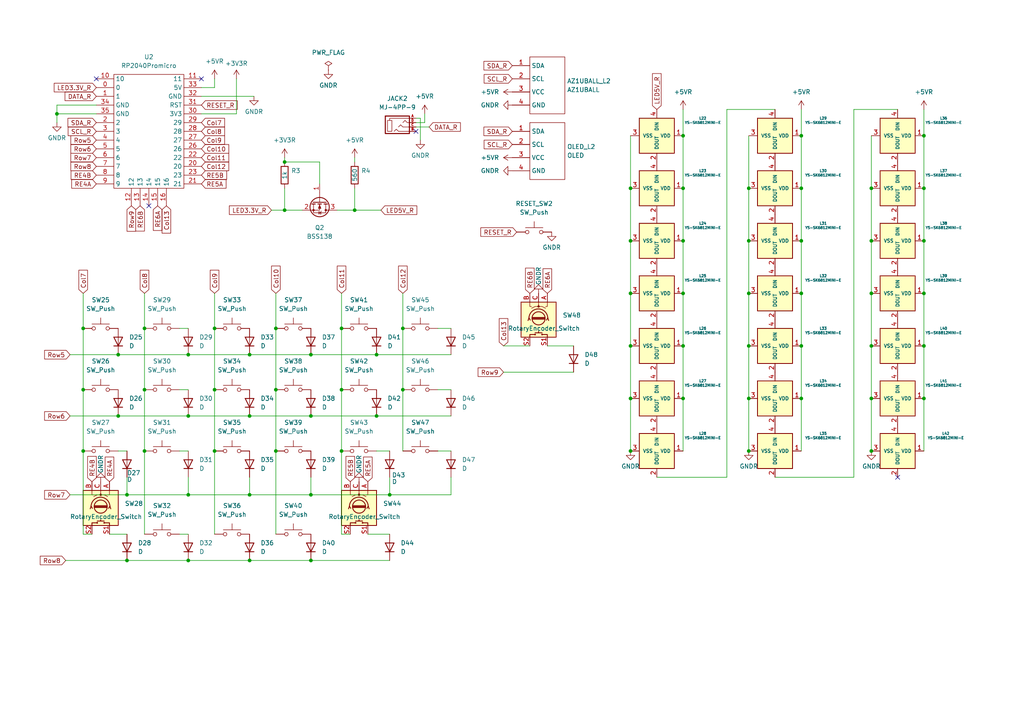
<source format=kicad_sch>
(kicad_sch (version 20231120) (generator "eeschema") (generator_version "8.0")
  (paper "A4")
  (lib_symbols
    (symbol "AZ1UBALL_1"
      (property "Reference" "AZ1UBALL" (at 0 11.43 0))
      (property "Value" "AZ1UBALL" (at 0 8.89 0))
      (symbol "AZ1UBALL_1_1_1"
        (pin bidirectional line (at -10.16 5.08 0) (length 5.08) (name "SDA") (number "1"))
        (pin bidirectional line (at -10.16 1.27 0) (length 5.08) (name "SCL") (number "2"))
        (pin power_in line (at -10.16 -2.54 0) (length 5.08) (name "VCC") (number "3"))
        (pin power_in line (at -10.16 -6.35 0) (length 5.08) (name "GND") (number "4"))
      )
    )
    (symbol "Device:D" (pin_numbers hide) (pin_names (offset 1.016) hide)
      (property "Reference" "D" (at 0 2.54 0))
      (property "Value" "D" (at 0 -2.54 0))
      (symbol "D_1_1"
        (pin passive line (at -3.81 0 0) (length 2.54) (name "K") (number "1"))
        (pin passive line (at 3.81 0 180) (length 2.54) (name "A") (number "2"))
      )
    )
    (symbol "Device:R" (pin_numbers hide) (pin_names (offset 0))
      (property "Reference" "R" (at 2.032 0 90))
      (property "Value" "R" (at 0 0 90))
      (symbol "R_1_1"
        (pin passive line (at 0 3.81 270) (length 1.27) (name "~") (number "1"))
        (pin passive line (at 0 -3.81 90) (length 1.27) (name "~") (number "2"))
      )
    )
    (symbol "Device:RotaryEncoder_Switch" (pin_names (offset 0.254) hide)
      (property "Reference" "SW" (at 0 6.604 0))
      (property "Value" "RotaryEncoder_Switch" (at 0 -6.604 0))
      (symbol "RotaryEncoder_Switch_1_1"
        (pin passive line (at -7.62 2.54 0) (length 2.54) (name "A") (number "A"))
        (pin passive line (at -7.62 -2.54 0) (length 2.54) (name "B") (number "B"))
        (pin passive line (at -7.62 0 0) (length 2.54) (name "C") (number "C"))
        (pin passive line (at 7.62 2.54 180) (length 2.54) (name "S1") (number "S1"))
        (pin passive line (at 7.62 -2.54 180) (length 2.54) (name "S2") (number "S2"))
      )
    )
    (symbol "Switch:SW_Push" (pin_numbers hide) (pin_names (offset 1.016) hide)
      (property "Reference" "SW" (at 1.27 2.54 0))
      (property "Value" "SW_Push" (at 0 -1.524 0))
      (symbol "SW_Push_0_1"
        (pin passive line (at -5.08 0 0) (length 2.54) (name "1") (number "1"))
        (pin passive line (at 5.08 0 180) (length 2.54) (name "2") (number "2"))
      )
    )
    (symbol "Transistor_FET:BSS138" (pin_names hide)
      (property "Reference" "Q" (at 5.08 1.905 0))
      (property "Value" "BSS138" (at 5.08 0 0))
      (symbol "BSS138_1_1"
        (pin input line (at -5.08 0 0) (length 2.54) (name "G") (number "1"))
        (pin passive line (at 2.54 -5.08 90) (length 2.54) (name "S") (number "2"))
        (pin passive line (at 2.54 5.08 270) (length 2.54) (name "D") (number "3"))
      )
    )
    (symbol "kbd:+3V3R" (power) (pin_names (offset 0))
      (property "Value" "+3V3R" (at 0 3.556 0))
      (symbol "+3V3R_1_1"
        (pin power_in line (at 0 0 90) (length 0) hide (name "+3V3R") (number "1"))
      )
    )
    (symbol "kbd:+5VR" (power) (pin_names (offset 0))
      (property "Value" "+5VR" (at 0 3.556 0))
      (symbol "+5VR_1_1"
        (pin power_in line (at 0 0 90) (length 0) hide (name "+5VR") (number "1"))
      )
    )
    (symbol "kbd:GNDR" (power) (pin_names (offset 0))
      (property "Value" "GNDR" (at 0 -3.81 0))
      (symbol "GNDR_1_1"
        (pin power_in line (at 0 0 270) (length 0) hide (name "GNDR") (number "1"))
      )
    )
    (symbol "kbd:MJ-4PP-9" (pin_names (offset 1.016))
      (property "Reference" "J" (at 0 3.81 0))
      (property "Value" "MJ-4PP-9" (at 0 -3.81 0))
      (symbol "MJ-4PP-9_1_1"
        (pin input line (at 5.08 1.905 180) (length 2.0066) (name "~") (number "A"))
        (pin input line (at 5.08 -1.905 180) (length 2.0066) (name "~") (number "B"))
        (pin input line (at 5.08 -0.635 180) (length 2.0066) (name "~") (number "C"))
        (pin input line (at 5.08 0.635 180) (length 2.0066) (name "~") (number "D"))
      )
    )
    (symbol "kbd:YS-SK6812MINI-E" (pin_names (offset 1.016))
      (property "Reference" "LED" (at 2.54 -7.62 0))
      (property "Value" "YS-SK6812MINI-E" (at 6.35 -6.35 0))
      (symbol "YS-SK6812MINI-E_1_1"
        (pin power_in line (at 0 7.62 270) (length 2.54) (name "VDD") (number "1"))
        (pin output line (at 7.62 0 180) (length 2.54) (name "DOUT") (number "2"))
        (pin power_in line (at 0 -7.62 90) (length 2.54) (name "VSS") (number "3"))
        (pin input line (at -7.62 0 0) (length 2.54) (name "DIN") (number "4"))
      )
    )
    (symbol "power:PWR_FLAG" (power) (pin_numbers hide) (pin_names (offset 0) hide)
      (property "Value" "PWR_FLAG" (at 0 3.81 0))
      (symbol "PWR_FLAG_0_0"
        (pin power_out line (at 0 0 90) (length 0) (name "~") (number "1"))
      )
    )
    (symbol "taka_sym:AZ1UBALL"
      (property "Reference" "AZ1UBALL" (at 0 11.43 0))
      (property "Value" "AZ1UBALL" (at 0 8.89 0))
      (symbol "AZ1UBALL_1_1"
        (pin bidirectional line (at -10.16 5.08 0) (length 5.08) (name "SDA") (number "1"))
        (pin bidirectional line (at -10.16 1.27 0) (length 5.08) (name "SCL") (number "2"))
        (pin power_in line (at -10.16 -2.54 0) (length 5.08) (name "VCC") (number "3"))
        (pin power_in line (at -10.16 -6.35 0) (length 5.08) (name "GND") (number "4"))
      )
    )
    (symbol "taka_sym:RP2040Promicro"
      (property "Reference" "U" (at 0 20.32 0))
      (property "Value" "RP2040Promicro" (at 0 17.78 0))
      (symbol "RP2040Promicro_1_1"
        (pin bidirectional line (at -15.24 12.7 0) (length 5.08) (name "0") (number "0"))
        (pin bidirectional line (at -15.24 10.16 0) (length 5.08) (name "1") (number "1"))
        (pin bidirectional line (at -15.24 15.24 0) (length 5.08) (name "10") (number "10"))
        (pin bidirectional line (at 15.24 15.24 180) (length 5.08) (name "11") (number "11"))
        (pin bidirectional line (at -5.08 -21.59 90) (length 5.08) (name "12") (number "12"))
        (pin bidirectional line (at -2.54 -21.59 90) (length 5.08) (name "13") (number "13"))
        (pin bidirectional line (at 0 -21.59 90) (length 5.08) (name "14") (number "14"))
        (pin bidirectional line (at 2.54 -21.59 90) (length 5.08) (name "15") (number "15"))
        (pin bidirectional line (at 5.08 -21.59 90) (length 5.08) (name "16") (number "16"))
        (pin bidirectional line (at -15.24 2.54 0) (length 5.08) (name "2") (number "2"))
        (pin bidirectional line (at 15.24 -10.16 180) (length 5.08) (name "20") (number "20"))
        (pin bidirectional line (at 15.24 -15.24 180) (length 5.08) (name "21") (number "21"))
        (pin bidirectional line (at 15.24 -7.62 180) (length 5.08) (name "22") (number "22"))
        (pin bidirectional line (at 15.24 -12.7 180) (length 5.08) (name "23") (number "23"))
        (pin bidirectional line (at 15.24 -5.08 180) (length 5.08) (name "26") (number "26"))
        (pin bidirectional line (at 15.24 -2.54 180) (length 5.08) (name "27") (number "27"))
        (pin bidirectional line (at 15.24 0 180) (length 5.08) (name "28") (number "28"))
        (pin bidirectional line (at 15.24 2.54 180) (length 5.08) (name "29") (number "29"))
        (pin bidirectional line (at -15.24 0 0) (length 5.08) (name "3") (number "3"))
        (pin power_out line (at 15.24 5.08 180) (length 5.08) (name "3V3") (number "30"))
        (pin input line (at 15.24 7.62 180) (length 5.08) (name "RST") (number "31"))
        (pin power_in line (at 15.24 10.16 180) (length 5.08) (name "GND") (number "32"))
        (pin power_out line (at 15.24 12.7 180) (length 5.08) (name "5V") (number "33"))
        (pin power_in line (at -15.24 7.62 0) (length 5.08) (name "GND") (number "34"))
        (pin power_in line (at -15.24 5.08 0) (length 5.08) (name "GND") (number "35"))
        (pin bidirectional line (at -15.24 -2.54 0) (length 5.08) (name "4") (number "4"))
        (pin bidirectional line (at -15.24 -5.08 0) (length 5.08) (name "5") (number "5"))
        (pin bidirectional line (at -15.24 -7.62 0) (length 5.08) (name "6") (number "6"))
        (pin bidirectional line (at -15.24 -10.16 0) (length 5.08) (name "7") (number "7"))
        (pin bidirectional line (at -15.24 -12.7 0) (length 5.08) (name "8") (number "8"))
        (pin bidirectional line (at -15.24 -15.24 0) (length 5.08) (name "9") (number "9"))
      )
    )
  )
  (junction (at 80.01 130.81))
  (junction (at 252.73 69.85))
  (junction (at 54.61 162.56))
  (junction (at 182.88 54.61))
  (junction (at 72.39 120.65))
  (junction (at 267.97 85.09))
  (junction (at 267.97 69.85))
  (junction (at 232.41 54.61))
  (junction (at 82.55 46.99))
  (junction (at 252.73 130.81))
  (junction (at 198.12 100.33))
  (junction (at 36.83 143.51))
  (junction (at 41.91 130.81))
  (junction (at 217.17 100.33))
  (junction (at 54.61 143.51))
  (junction (at 232.41 39.37))
  (junction (at 99.06 95.25))
  (junction (at 217.17 115.57))
  (junction (at 80.01 113.03))
  (junction (at 82.55 60.96))
  (junction (at 267.97 115.57))
  (junction (at 72.39 143.51))
  (junction (at 217.17 69.85))
  (junction (at 252.73 100.33))
  (junction (at 232.41 115.57))
  (junction (at 182.88 69.85))
  (junction (at 109.22 102.87))
  (junction (at 90.17 143.51))
  (junction (at 232.41 69.85))
  (junction (at 72.39 102.87))
  (junction (at 109.22 120.65))
  (junction (at 232.41 85.09))
  (junction (at 72.39 162.56))
  (junction (at 99.06 130.81))
  (junction (at 116.84 95.25))
  (junction (at 34.29 120.65))
  (junction (at 80.01 95.25))
  (junction (at 54.61 102.87))
  (junction (at 24.13 113.03))
  (junction (at 41.91 113.03))
  (junction (at 182.88 100.33))
  (junction (at 34.29 102.87))
  (junction (at 182.88 115.57))
  (junction (at 267.97 39.37))
  (junction (at 252.73 115.57))
  (junction (at 182.88 85.09))
  (junction (at 198.12 115.57))
  (junction (at 102.87 60.96))
  (junction (at 62.23 130.81))
  (junction (at 54.61 120.65))
  (junction (at 41.91 95.25))
  (junction (at 24.13 95.25))
  (junction (at 90.17 162.56))
  (junction (at 217.17 130.81))
  (junction (at 198.12 54.61))
  (junction (at 267.97 54.61))
  (junction (at 252.73 85.09))
  (junction (at 232.41 100.33))
  (junction (at 90.17 120.65))
  (junction (at 16.51 33.02))
  (junction (at 62.23 113.03))
  (junction (at 113.03 143.51))
  (junction (at 36.83 162.56))
  (junction (at 62.23 95.25))
  (junction (at 99.06 113.03))
  (junction (at 198.12 39.37))
  (junction (at 90.17 102.87))
  (junction (at 24.13 130.81))
  (junction (at 217.17 85.09))
  (junction (at 267.97 100.33))
  (junction (at 198.12 85.09))
  (junction (at 182.88 130.81))
  (junction (at 217.17 54.61))
  (junction (at 198.12 69.85))
  (junction (at 252.73 54.61))
  (junction (at 116.84 113.03))
  (no_connect (at 58.42 22.86))
  (no_connect (at 43.18 59.69))
  (no_connect (at 260.35 138.43))
  (no_connect (at 27.94 22.86))
  (no_connect (at 120.65 38.1))
  (wire (pts (xy 252.73 54.61) (xy 252.73 69.85)))
  (wire (pts (xy 62.23 113.03) (xy 62.23 130.81)))
  (wire (pts (xy 217.17 115.57) (xy 217.17 130.81)))
  (wire (pts (xy 90.17 138.43) (xy 90.17 143.51)))
  (wire (pts (xy 16.51 33.02) (xy 16.51 35.56)))
  (wire (pts (xy 90.17 102.87) (xy 109.22 102.87)))
  (wire (pts (xy 41.91 130.81) (xy 41.91 154.94)))
  (wire (pts (xy 116.84 113.03) (xy 116.84 130.81)))
  (wire (pts (xy 82.55 46.99) (xy 92.71 46.99)))
  (wire (pts (xy 97.79 60.96) (xy 102.87 60.96)))
  (wire (pts (xy 217.17 100.33) (xy 217.17 115.57)))
  (wire (pts (xy 113.03 138.43) (xy 113.03 143.51)))
  (wire (pts (xy 247.65 138.43) (xy 247.65 31.75)))
  (wire (pts (xy 52.07 95.25) (xy 54.61 95.25)))
  (wire (pts (xy 224.79 138.43) (xy 247.65 138.43)))
  (wire (pts (xy 267.97 54.61) (xy 267.97 69.85)))
  (wire (pts (xy 34.29 102.87) (xy 54.61 102.87)))
  (wire (pts (xy 31.75 154.94) (xy 36.83 154.94)))
  (wire (pts (xy 113.03 130.81) (xy 109.22 130.81)))
  (wire (pts (xy 24.13 113.03) (xy 24.13 130.81)))
  (wire (pts (xy 34.29 120.65) (xy 54.61 120.65)))
  (wire (pts (xy 130.81 143.51) (xy 130.81 138.43)))
  (wire (pts (xy 232.41 85.09) (xy 232.41 100.33)))
  (wire (pts (xy 16.51 33.02) (xy 27.94 33.02)))
  (wire (pts (xy 166.37 100.33) (xy 158.75 100.33)))
  (wire (pts (xy 41.91 95.25) (xy 41.91 113.03)))
  (wire (pts (xy 41.91 113.03) (xy 41.91 130.81)))
  (wire (pts (xy 36.83 143.51) (xy 54.61 143.51)))
  (wire (pts (xy 24.13 154.94) (xy 26.67 154.94)))
  (wire (pts (xy 198.12 115.57) (xy 198.12 130.81)))
  (wire (pts (xy 58.42 27.94) (xy 73.66 27.94)))
  (wire (pts (xy 80.01 113.03) (xy 80.01 130.81)))
  (wire (pts (xy 267.97 115.57) (xy 267.97 130.81)))
  (wire (pts (xy 190.5 138.43) (xy 210.82 138.43)))
  (wire (pts (xy 19.05 162.56) (xy 36.83 162.56)))
  (wire (pts (xy 62.23 22.86) (xy 62.23 25.4)))
  (wire (pts (xy 182.88 39.37) (xy 182.88 54.61)))
  (wire (pts (xy 109.22 120.65) (xy 130.81 120.65)))
  (wire (pts (xy 232.41 54.61) (xy 232.41 69.85)))
  (wire (pts (xy 99.06 85.09) (xy 99.06 95.25)))
  (wire (pts (xy 210.82 138.43) (xy 210.82 31.75)))
  (wire (pts (xy 72.39 120.65) (xy 90.17 120.65)))
  (wire (pts (xy 52.07 113.03) (xy 54.61 113.03)))
  (wire (pts (xy 54.61 102.87) (xy 72.39 102.87)))
  (wire (pts (xy 62.23 95.25) (xy 62.23 113.03)))
  (wire (pts (xy 62.23 85.09) (xy 62.23 95.25)))
  (wire (pts (xy 120.65 34.29) (xy 121.92 34.29)))
  (wire (pts (xy 82.55 60.96) (xy 87.63 60.96)))
  (wire (pts (xy 78.74 60.96) (xy 82.55 60.96)))
  (wire (pts (xy 52.07 154.94) (xy 54.61 154.94)))
  (wire (pts (xy 20.32 102.87) (xy 34.29 102.87)))
  (wire (pts (xy 16.51 30.48) (xy 16.51 33.02)))
  (wire (pts (xy 54.61 120.65) (xy 72.39 120.65)))
  (wire (pts (xy 54.61 143.51) (xy 72.39 143.51)))
  (wire (pts (xy 68.58 22.86) (xy 68.58 33.02)))
  (wire (pts (xy 198.12 39.37) (xy 198.12 54.61)))
  (wire (pts (xy 62.23 25.4) (xy 58.42 25.4)))
  (wire (pts (xy 24.13 130.81) (xy 24.13 154.94)))
  (wire (pts (xy 58.42 33.02) (xy 68.58 33.02)))
  (wire (pts (xy 120.65 36.83) (xy 124.46 36.83)))
  (wire (pts (xy 182.88 85.09) (xy 182.88 100.33)))
  (wire (pts (xy 232.41 39.37) (xy 232.41 54.61)))
  (wire (pts (xy 90.17 162.56) (xy 113.03 162.56)))
  (wire (pts (xy 127 95.25) (xy 130.81 95.25)))
  (wire (pts (xy 232.41 115.57) (xy 232.41 130.81)))
  (wire (pts (xy 36.83 162.56) (xy 54.61 162.56)))
  (wire (pts (xy 16.51 30.48) (xy 27.94 30.48)))
  (wire (pts (xy 62.23 154.94) (xy 62.23 130.81)))
  (wire (pts (xy 267.97 100.33) (xy 267.97 115.57)))
  (wire (pts (xy 267.97 39.37) (xy 267.97 54.61)))
  (wire (pts (xy 267.97 31.75) (xy 267.97 39.37)))
  (wire (pts (xy 217.17 69.85) (xy 217.17 85.09)))
  (wire (pts (xy 252.73 39.37) (xy 252.73 54.61)))
  (wire (pts (xy 80.01 130.81) (xy 80.01 154.94)))
  (wire (pts (xy 217.17 54.61) (xy 217.17 69.85)))
  (wire (pts (xy 109.22 102.87) (xy 130.81 102.87)))
  (wire (pts (xy 99.06 154.94) (xy 101.6 154.94)))
  (wire (pts (xy 82.55 54.61) (xy 82.55 60.96)))
  (wire (pts (xy 232.41 100.33) (xy 232.41 115.57)))
  (wire (pts (xy 102.87 45.72) (xy 102.87 46.99)))
  (wire (pts (xy 90.17 143.51) (xy 113.03 143.51)))
  (wire (pts (xy 127 113.03) (xy 130.81 113.03)))
  (wire (pts (xy 99.06 95.25) (xy 99.06 113.03)))
  (wire (pts (xy 54.61 138.43) (xy 54.61 143.51)))
  (wire (pts (xy 72.39 102.87) (xy 90.17 102.87)))
  (wire (pts (xy 41.91 85.09) (xy 41.91 95.25)))
  (wire (pts (xy 54.61 162.56) (xy 72.39 162.56)))
  (wire (pts (xy 116.84 95.25) (xy 116.84 113.03)))
  (wire (pts (xy 217.17 85.09) (xy 217.17 100.33)))
  (wire (pts (xy 72.39 138.43) (xy 72.39 143.51)))
  (wire (pts (xy 99.06 113.03) (xy 99.06 130.81)))
  (wire (pts (xy 116.84 85.09) (xy 116.84 95.25)))
  (wire (pts (xy 121.92 34.29) (xy 121.92 40.64)))
  (wire (pts (xy 198.12 85.09) (xy 198.12 100.33)))
  (wire (pts (xy 232.41 31.75) (xy 232.41 39.37)))
  (wire (pts (xy 102.87 60.96) (xy 102.87 54.61)))
  (wire (pts (xy 146.05 107.95) (xy 166.37 107.95)))
  (wire (pts (xy 182.88 115.57) (xy 182.88 130.81)))
  (wire (pts (xy 182.88 54.61) (xy 182.88 69.85)))
  (wire (pts (xy 20.32 143.51) (xy 36.83 143.51)))
  (wire (pts (xy 198.12 54.61) (xy 198.12 69.85)))
  (wire (pts (xy 92.71 46.99) (xy 92.71 53.34)))
  (wire (pts (xy 198.12 31.75) (xy 198.12 39.37)))
  (wire (pts (xy 182.88 69.85) (xy 182.88 85.09)))
  (wire (pts (xy 127 130.81) (xy 130.81 130.81)))
  (wire (pts (xy 99.06 130.81) (xy 99.06 154.94)))
  (wire (pts (xy 72.39 162.56) (xy 90.17 162.56)))
  (wire (pts (xy 72.39 143.51) (xy 90.17 143.51)))
  (wire (pts (xy 252.73 69.85) (xy 252.73 85.09)))
  (wire (pts (xy 80.01 85.09) (xy 80.01 95.25)))
  (wire (pts (xy 123.19 35.56) (xy 120.65 35.56)))
  (wire (pts (xy 217.17 39.37) (xy 217.17 54.61)))
  (wire (pts (xy 198.12 69.85) (xy 198.12 85.09)))
  (wire (pts (xy 252.73 85.09) (xy 252.73 100.33)))
  (wire (pts (xy 252.73 115.57) (xy 252.73 130.81)))
  (wire (pts (xy 102.87 60.96) (xy 110.49 60.96)))
  (wire (pts (xy 210.82 31.75) (xy 224.79 31.75)))
  (wire (pts (xy 82.55 45.72) (xy 82.55 46.99)))
  (wire (pts (xy 113.03 143.51) (xy 130.81 143.51)))
  (wire (pts (xy 20.32 120.65) (xy 34.29 120.65)))
  (wire (pts (xy 198.12 100.33) (xy 198.12 115.57)))
  (wire (pts (xy 52.07 130.81) (xy 54.61 130.81)))
  (wire (pts (xy 247.65 31.75) (xy 260.35 31.75)))
  (wire (pts (xy 80.01 95.25) (xy 80.01 113.03)))
  (wire (pts (xy 123.19 33.02) (xy 123.19 35.56)))
  (wire (pts (xy 36.83 138.43) (xy 36.83 143.51)))
  (wire (pts (xy 252.73 100.33) (xy 252.73 115.57)))
  (wire (pts (xy 182.88 100.33) (xy 182.88 115.57)))
  (wire (pts (xy 106.68 154.94) (xy 113.03 154.94)))
  (wire (pts (xy 232.41 69.85) (xy 232.41 85.09)))
  (wire (pts (xy 24.13 85.09) (xy 24.13 95.25)))
  (wire (pts (xy 36.83 130.81) (xy 34.29 130.81)))
  (wire (pts (xy 267.97 69.85) (xy 267.97 85.09)))
  (wire (pts (xy 146.05 100.33) (xy 153.67 100.33)))
  (wire (pts (xy 90.17 120.65) (xy 109.22 120.65)))
  (wire (pts (xy 24.13 95.25) (xy 24.13 113.03)))
  (wire (pts (xy 267.97 85.09) (xy 267.97 100.33)))
  (global_label "RE6B" (shape input) (at 153.67 85.09 90) (property "Intersheetrefs" "${INTERSHEET_REFS}" (effects (hide yes))))
  (global_label "Row6" (shape input) (at 20.32 120.65 180) (property "Intersheetrefs" "${INTERSHEET_REFS}" (effects (hide yes))))
  (global_label "Col7" (shape input) (at 58.42 35.56 0) (property "Intersheetrefs" "${INTERSHEET_REFS}" (effects (hide yes))))
  (global_label "Col11" (shape input) (at 99.06 85.09 90) (property "Intersheetrefs" "${INTERSHEET_REFS}" (effects (hide yes))))
  (global_label "LED3.3V_R" (shape input) (at 27.94 25.4 180) (property "Intersheetrefs" "${INTERSHEET_REFS}" (effects (hide yes))))
  (global_label "RE4A" (shape input) (at 31.75 139.7 90) (property "Intersheetrefs" "${INTERSHEET_REFS}" (effects (hide yes))))
  (global_label "Row9" (shape input) (at 146.05 107.95 180) (property "Intersheetrefs" "${INTERSHEET_REFS}" (effects (hide yes))))
  (global_label "Row8" (shape input) (at 19.05 162.56 180) (property "Intersheetrefs" "${INTERSHEET_REFS}" (effects (hide yes))))
  (global_label "RE5A" (shape input) (at 106.68 139.7 90) (property "Intersheetrefs" "${INTERSHEET_REFS}" (effects (hide yes))))
  (global_label "Col13" (shape input) (at 146.05 100.33 90) (property "Intersheetrefs" "${INTERSHEET_REFS}" (effects (hide yes))))
  (global_label "Col10" (shape input) (at 58.42 43.18 0) (property "Intersheetrefs" "${INTERSHEET_REFS}" (effects (hide yes))))
  (global_label "Col11" (shape input) (at 58.42 45.72 0) (property "Intersheetrefs" "${INTERSHEET_REFS}" (effects (hide yes))))
  (global_label "Col8" (shape input) (at 41.91 85.09 90) (property "Intersheetrefs" "${INTERSHEET_REFS}" (effects (hide yes))))
  (global_label "RE6A" (shape input) (at 158.75 85.09 90) (property "Intersheetrefs" "${INTERSHEET_REFS}" (effects (hide yes))))
  (global_label "Col12" (shape input) (at 116.84 85.09 90) (property "Intersheetrefs" "${INTERSHEET_REFS}" (effects (hide yes))))
  (global_label "LED3.3V_R" (shape input) (at 78.74 60.96 180) (property "Intersheetrefs" "${INTERSHEET_REFS}" (effects (hide yes))))
  (global_label "LED5V_R" (shape input) (at 190.5 31.75 90) (property "Intersheetrefs" "${INTERSHEET_REFS}" (effects (hide yes))))
  (global_label "RE5B" (shape input) (at 101.6 139.7 90) (property "Intersheetrefs" "${INTERSHEET_REFS}" (effects (hide yes))))
  (global_label "RE6B" (shape input) (at 40.64 59.69 270) (property "Intersheetrefs" "${INTERSHEET_REFS}" (effects (hide yes))))
  (global_label "Row5" (shape input) (at 27.94 40.64 180) (property "Intersheetrefs" "${INTERSHEET_REFS}" (effects (hide yes))))
  (global_label "Col8" (shape input) (at 58.42 38.1 0) (property "Intersheetrefs" "${INTERSHEET_REFS}" (effects (hide yes))))
  (global_label "Row9" (shape input) (at 38.1 59.69 270) (property "Intersheetrefs" "${INTERSHEET_REFS}" (effects (hide yes))))
  (global_label "Row6" (shape input) (at 27.94 43.18 180) (property "Intersheetrefs" "${INTERSHEET_REFS}" (effects (hide yes))))
  (global_label "LED5V_R" (shape input) (at 110.49 60.96 0) (property "Intersheetrefs" "${INTERSHEET_REFS}" (effects (hide yes))))
  (global_label "Col7" (shape input) (at 24.13 85.09 90) (property "Intersheetrefs" "${INTERSHEET_REFS}" (effects (hide yes))))
  (global_label "RE4B" (shape input) (at 27.94 50.8 180) (property "Intersheetrefs" "${INTERSHEET_REFS}" (effects (hide yes))))
  (global_label "SDA_R" (shape input) (at 27.94 35.56 180) (property "Intersheetrefs" "${INTERSHEET_REFS}" (effects (hide yes))))
  (global_label "RE6A" (shape input) (at 45.72 59.69 270) (property "Intersheetrefs" "${INTERSHEET_REFS}" (effects (hide yes))))
  (global_label "Col9" (shape input) (at 58.42 40.64 0) (property "Intersheetrefs" "${INTERSHEET_REFS}" (effects (hide yes))))
  (global_label "DATA_R" (shape input) (at 124.46 36.83 0) (property "Intersheetrefs" "${INTERSHEET_REFS}" (effects (hide yes))))
  (global_label "SDA_R" (shape input) (at 148.59 19.05 180) (property "Intersheetrefs" "${INTERSHEET_REFS}" (effects (hide yes))))
  (global_label "RE5A" (shape input) (at 58.42 53.34 0) (property "Intersheetrefs" "${INTERSHEET_REFS}" (effects (hide yes))))
  (global_label "Col9" (shape input) (at 62.23 85.09 90) (property "Intersheetrefs" "${INTERSHEET_REFS}" (effects (hide yes))))
  (global_label "RE4A" (shape input) (at 27.94 53.34 180) (property "Intersheetrefs" "${INTERSHEET_REFS}" (effects (hide yes))))
  (global_label "Col13" (shape input) (at 48.26 59.69 270) (property "Intersheetrefs" "${INTERSHEET_REFS}" (effects (hide yes))))
  (global_label "RE5B" (shape input) (at 58.42 50.8 0) (property "Intersheetrefs" "${INTERSHEET_REFS}" (effects (hide yes))))
  (global_label "Row8" (shape input) (at 27.94 48.26 180) (property "Intersheetrefs" "${INTERSHEET_REFS}" (effects (hide yes))))
  (global_label "RE4B" (shape input) (at 26.67 139.7 90) (property "Intersheetrefs" "${INTERSHEET_REFS}" (effects (hide yes))))
  (global_label "Col12" (shape input) (at 58.42 48.26 0) (property "Intersheetrefs" "${INTERSHEET_REFS}" (effects (hide yes))))
  (global_label "Col10" (shape input) (at 80.01 85.09 90) (property "Intersheetrefs" "${INTERSHEET_REFS}" (effects (hide yes))))
  (global_label "RESET_R" (shape input) (at 58.42 30.48 0) (property "Intersheetrefs" "${INTERSHEET_REFS}" (effects (hide yes))))
  (global_label "Row5" (shape input) (at 20.32 102.87 180) (property "Intersheetrefs" "${INTERSHEET_REFS}" (effects (hide yes))))
  (global_label "DATA_R" (shape input) (at 27.94 27.94 180) (property "Intersheetrefs" "${INTERSHEET_REFS}" (effects (hide yes))))
  (global_label "Row7" (shape input) (at 27.94 45.72 180) (property "Intersheetrefs" "${INTERSHEET_REFS}" (effects (hide yes))))
  (global_label "Row7" (shape input) (at 20.32 143.51 180) (property "Intersheetrefs" "${INTERSHEET_REFS}" (effects (hide yes))))
  (global_label "SCL_R" (shape input) (at 148.59 22.86 180) (property "Intersheetrefs" "${INTERSHEET_REFS}" (effects (hide yes))))
  (global_label "SCL_R" (shape input) (at 27.94 38.1 180) (property "Intersheetrefs" "${INTERSHEET_REFS}" (effects (hide yes))))
  (global_label "RESET_R" (shape input) (at 149.86 67.31 180) (property "Intersheetrefs" "${INTERSHEET_REFS}" (effects (hide yes))))
  (global_label "SCL_R" (shape input) (at 148.59 41.91 180) (property "Intersheetrefs" "${INTERSHEET_REFS}" (effects (hide yes))))
  (global_label "SDA_R" (shape input) (at 148.59 38.1 180) (property "Intersheetrefs" "${INTERSHEET_REFS}" (effects (hide yes))))
  (symbol (lib_id "kbd:YS-SK6812MINI-E") (at 224.79 39.37 270) (unit 1)
    (property "Reference" "L29" (at 238.76 34.29 90) (effects (font (size 0.7366 0.7366))))
    (property "Value" "YS-SK6812MINI-E" (at 238.76 35.56 90) (effects (font (size 0.7366 0.7366))))
    (property "Footprint" "kbd:YS-SK6812MINI-E" (effects (hide yes)))
  )
  (symbol (lib_id "Switch:SW_Push") (at 46.99 154.94 0) (unit 1)
    (property "Reference" "SW32" (at 46.99 146.685 0))
    (property "Value" "SW_Push" (at 46.99 149.225 0))
    (property "Footprint" "taka_lib:MX1U_Hotswap_RE" (effects (hide yes)))
  )
  (symbol (lib_id "Switch:SW_Push") (at 29.21 95.25 0) (unit 1)
    (property "Reference" "SW25" (at 29.21 86.995 0))
    (property "Value" "SW_Push" (at 29.21 89.535 0))
    (property "Footprint" "taka_lib:MX1U_Hotswap" (effects (hide yes)))
  )
  (symbol (lib_id "kbd:GNDR") (at 148.59 49.53 270) (unit 1)
    (property "Reference" "#PWR045" (effects (hide yes)))
    (property "Value" "GNDR" (at 144.78 49.53 90) (effects (justify right)))
  )
  (symbol (lib_id "kbd:GNDR") (at 156.21 85.09 180) (unit 1)
    (property "Reference" "#PWR046" (effects (hide yes)))
    (property "Value" "GNDR" (at 156.21 80.01 90))
  )
  (symbol (lib_id "Switch:SW_Push") (at 46.99 95.25 0) (unit 1)
    (property "Reference" "SW29" (at 46.99 86.995 0))
    (property "Value" "SW_Push" (at 46.99 89.535 0))
    (property "Footprint" "taka_lib:MX1U_Hotswap" (effects (hide yes)))
  )
  (symbol (lib_id "kbd:MJ-4PP-9") (at 115.57 36.195 0) (unit 1)
    (property "Reference" "JACK2" (at 115.2525 28.575 0))
    (property "Value" "MJ-4PP-9" (at 115.2525 31.115 0))
    (property "Footprint" "kbd_Parts:TRRS_MJ-4PP-9" (effects (hide yes)))
  )
  (symbol (lib_id "kbd:+5VR") (at 232.41 31.75 0) (unit 1)
    (property "Reference" "#PWR041" (effects (hide yes)))
    (property "Value" "+5VR" (at 232.41 26.67 0))
  )
  (symbol (lib_id "power:PWR_FLAG") (at 95.25 20.32 0) (unit 1)
    (property "Reference" "#FLG02" (effects (hide yes)))
    (property "Value" "PWR_FLAG" (at 95.25 15.24 0))
    (property "Description" "Special symbol for telling ERC where power comes from" (effects (hide yes)))
  )
  (symbol (lib_id "Device:D") (at 109.22 99.06 90) (unit 1)
    (property "Reference" "D41" (at 112.395 97.79 90) (effects (justify right)))
    (property "Value" "D" (at 112.395 100.33 90) (effects (justify right)))
    (property "Footprint" "kbd_Parts:Diode_SMD" (effects (hide yes)))
    (property "Sim.Device" "D" (effects (hide yes)))
    (property "Sim.Pins" "1=K 2=A" (effects (hide yes)))
  )
  (symbol (lib_id "kbd:YS-SK6812MINI-E") (at 260.35 115.57 270) (unit 1)
    (property "Reference" "L41" (at 273.685 110.49 90) (effects (font (size 0.7366 0.7366))))
    (property "Value" "YS-SK6812MINI-E" (at 273.685 111.76 90) (effects (font (size 0.7366 0.7366))))
    (property "Footprint" "kbd:YS-SK6812MINI-E" (effects (hide yes)))
  )
  (symbol (lib_id "Switch:SW_Push") (at 67.31 113.03 0) (unit 1)
    (property "Reference" "SW34" (at 67.31 104.775 0))
    (property "Value" "SW_Push" (at 67.31 107.315 0))
    (property "Footprint" "taka_lib:MX1U_Hotswap" (effects (hide yes)))
  )
  (symbol (lib_id "Device:D") (at 36.83 134.62 90) (unit 1)
    (property "Reference" "D27" (at 36.83 137.16 90) (effects (justify right)))
    (property "Value" "D" (at 36.83 139.065 90) (effects (justify right)))
    (property "Footprint" "kbd_Parts:Diode_SMD" (effects (hide yes)))
    (property "Sim.Device" "D" (effects (hide yes)))
    (property "Sim.Pins" "1=K 2=A" (effects (hide yes)))
  )
  (symbol (lib_name "AZ1UBALL_1") (lib_id "taka_sym:AZ1UBALL") (at 158.75 24.13 0) (unit 1)
    (property "Reference" "AZ1UBALL_L2" (at 164.465 23.495 0) (effects (justify left)))
    (property "Value" "AZ1UBALL" (at 164.465 26.035 0) (effects (justify left)))
    (property "Footprint" "taka_lib:AZ1UBALL" (effects (hide yes)))
  )
  (symbol (lib_id "kbd:GNDR") (at 73.66 27.94 0) (unit 1)
    (property "Reference" "#PWR032" (effects (hide yes)))
    (property "Value" "GNDR" (at 73.66 32.385 0))
  )
  (symbol (lib_id "Switch:SW_Push") (at 104.14 130.81 0) (unit 1)
    (property "Reference" "SW43" (at 104.14 122.555 0))
    (property "Value" "SW_Push" (at 104.14 125.095 0))
    (property "Footprint" "taka_lib:MX1U_Hotswap" (effects (hide yes)))
  )
  (symbol (lib_id "taka_sym:RP2040Promicro") (at 43.18 38.1 0) (unit 1)
    (property "Reference" "U2" (at 43.18 16.51 0))
    (property "Value" "RP2040Promicro" (at 43.18 19.05 0))
    (property "Footprint" "taka_lib:RP2040Promicro" (effects (hide yes)))
  )
  (symbol (lib_id "Device:RotaryEncoder_Switch") (at 104.14 147.32 270) (unit 1)
    (property "Reference" "SW44" (at 111.125 146.05 90) (effects (justify left)))
    (property "Value" "RotaryEncoder_Switch" (at 95.25 149.86 90) (effects (justify left)))
    (property "Footprint" "taka_lib:EC12RE" (effects (hide yes)))
  )
  (symbol (lib_id "Transistor_FET:BSS138") (at 92.71 58.42 270) (unit 1)
    (property "Reference" "Q2" (at 92.71 66.04 90))
    (property "Value" "BSS138" (at 92.71 68.58 90))
    (property "Footprint" "Package_TO_SOT_SMD:SOT-23" (effects (hide yes)))
    (property "Datasheet" "https://www.onsemi.com/pub/Collateral/BSS138-D.PDF" (effects (hide yes)))
  )
  (symbol (lib_id "kbd:YS-SK6812MINI-E") (at 260.35 85.09 270) (unit 1)
    (property "Reference" "L39" (at 273.685 80.01 90) (effects (font (size 0.7366 0.7366))))
    (property "Value" "YS-SK6812MINI-E" (at 273.685 81.28 90) (effects (font (size 0.7366 0.7366))))
    (property "Footprint" "kbd:YS-SK6812MINI-E" (effects (hide yes)))
  )
  (symbol (lib_id "kbd:YS-SK6812MINI-E") (at 190.5 130.81 270) (unit 1)
    (property "Reference" "L28" (at 203.835 125.73 90) (effects (font (size 0.7366 0.7366))))
    (property "Value" "YS-SK6812MINI-E" (at 203.835 127 90) (effects (font (size 0.7366 0.7366))))
    (property "Footprint" "kbd:YS-SK6812MINI-E" (effects (hide yes)))
  )
  (symbol (lib_id "Device:D") (at 113.03 158.75 90) (unit 1)
    (property "Reference" "D44" (at 116.205 157.48 90) (effects (justify right)))
    (property "Value" "D" (at 116.205 160.02 90) (effects (justify right)))
    (property "Footprint" "kbd_Parts:Diode_SMD" (effects (hide yes)))
    (property "Sim.Device" "D" (effects (hide yes)))
    (property "Sim.Pins" "1=K 2=A" (effects (hide yes)))
  )
  (symbol (lib_id "kbd:YS-SK6812MINI-E") (at 224.79 85.09 270) (unit 1)
    (property "Reference" "L32" (at 238.76 80.01 90) (effects (font (size 0.7366 0.7366))))
    (property "Value" "YS-SK6812MINI-E" (at 238.76 81.28 90) (effects (font (size 0.7366 0.7366))))
    (property "Footprint" "kbd:YS-SK6812MINI-E" (effects (hide yes)))
  )
  (symbol (lib_id "Device:RotaryEncoder_Switch") (at 29.21 147.32 270) (unit 1)
    (property "Reference" "SW28" (at 36.195 146.05 90) (effects (justify left)))
    (property "Value" "RotaryEncoder_Switch" (at 20.32 149.86 90) (effects (justify left)))
    (property "Footprint" "taka_lib:EC12RE" (effects (hide yes)))
  )
  (symbol (lib_id "Switch:SW_Push") (at 85.09 113.03 0) (unit 1)
    (property "Reference" "SW38" (at 85.09 104.775 0))
    (property "Value" "SW_Push" (at 85.09 107.315 0))
    (property "Footprint" "taka_lib:MX1U_Hotswap" (effects (hide yes)))
  )
  (symbol (lib_id "Device:D") (at 34.29 116.84 90) (unit 1)
    (property "Reference" "D26" (at 37.465 115.57 90) (effects (justify right)))
    (property "Value" "D" (at 37.465 118.11 90) (effects (justify right)))
    (property "Footprint" "kbd_Parts:Diode_SMD" (effects (hide yes)))
    (property "Sim.Device" "D" (effects (hide yes)))
    (property "Sim.Pins" "1=K 2=A" (effects (hide yes)))
  )
  (symbol (lib_id "Device:D") (at 54.61 99.06 90) (unit 1)
    (property "Reference" "D29" (at 57.785 97.79 90) (effects (justify right)))
    (property "Value" "D" (at 57.785 100.33 90) (effects (justify right)))
    (property "Footprint" "kbd_Parts:Diode_SMD" (effects (hide yes)))
    (property "Sim.Device" "D" (effects (hide yes)))
    (property "Sim.Pins" "1=K 2=A" (effects (hide yes)))
  )
  (symbol (lib_id "kbd:GNDR") (at 121.92 40.64 0) (unit 1)
    (property "Reference" "#PWR039" (effects (hide yes)))
    (property "Value" "GNDR" (at 121.92 45.085 0))
  )
  (symbol (lib_id "Switch:SW_Push") (at 46.99 130.81 0) (unit 1)
    (property "Reference" "SW31" (at 46.99 122.555 0))
    (property "Value" "SW_Push" (at 46.99 125.095 0))
    (property "Footprint" "taka_lib:MX1U_Hotswap" (effects (hide yes)))
  )
  (symbol (lib_id "kbd:YS-SK6812MINI-E") (at 190.5 85.09 270) (unit 1)
    (property "Reference" "L25" (at 203.835 80.01 90) (effects (font (size 0.7366 0.7366))))
    (property "Value" "YS-SK6812MINI-E" (at 203.835 81.28 90) (effects (font (size 0.7366 0.7366))))
    (property "Footprint" "kbd:YS-SK6812MINI-E" (effects (hide yes)))
  )
  (symbol (lib_id "Device:D") (at 113.03 134.62 90) (unit 1)
    (property "Reference" "D43" (at 113.665 137.795 90) (effects (justify right)))
    (property "Value" "D" (at 113.665 139.7 90) (effects (justify right)))
    (property "Footprint" "kbd_Parts:Diode_SMD" (effects (hide yes)))
    (property "Sim.Device" "D" (effects (hide yes)))
    (property "Sim.Pins" "1=K 2=A" (effects (hide yes)))
  )
  (symbol (lib_id "kbd:GNDR") (at 95.25 20.32 0) (unit 1)
    (property "Reference" "#PWR035" (effects (hide yes)))
    (property "Value" "GNDR" (at 95.25 24.765 0))
  )
  (symbol (lib_id "Device:D") (at 72.39 134.62 90) (unit 1)
    (property "Reference" "D35" (at 75.565 133.35 90) (effects (justify right)))
    (property "Value" "D" (at 75.565 135.89 90) (effects (justify right)))
    (property "Footprint" "kbd_Parts:Diode_SMD" (effects (hide yes)))
    (property "Sim.Device" "D" (effects (hide yes)))
    (property "Sim.Pins" "1=K 2=A" (effects (hide yes)))
  )
  (symbol (lib_id "kbd:GNDR") (at 16.51 35.56 0) (unit 1)
    (property "Reference" "#PWR024" (effects (hide yes)))
    (property "Value" "GNDR" (at 16.51 40.005 0))
  )
  (symbol (lib_id "Switch:SW_Push") (at 154.94 67.31 0) (unit 1)
    (property "Reference" "RESET_SW2" (at 154.94 59.055 0))
    (property "Value" "SW_Push" (at 154.94 61.595 0))
    (property "Footprint" "Button_Switch_THT:SW_Tactile_SPST_Angled_PTS645Vx39-2LFS" (effects (hide yes)))
  )
  (symbol (lib_id "Switch:SW_Push") (at 121.92 95.25 0) (unit 1)
    (property "Reference" "SW45" (at 121.92 86.995 0))
    (property "Value" "SW_Push" (at 121.92 89.535 0))
    (property "Footprint" "taka_lib:MX1U_Hotswap" (effects (hide yes)))
  )
  (symbol (lib_id "kbd:GNDR") (at 104.14 139.7 180) (unit 1)
    (property "Reference" "#PWR036" (effects (hide yes)))
    (property "Value" "GNDR" (at 104.14 134.62 90))
  )
  (symbol (lib_id "kbd:+5VR") (at 198.12 31.75 0) (unit 1)
    (property "Reference" "#PWR042" (effects (hide yes)))
    (property "Value" "+5VR" (at 198.12 26.67 0))
  )
  (symbol (lib_id "Switch:SW_Push") (at 121.92 113.03 0) (unit 1)
    (property "Reference" "SW46" (at 121.92 104.775 0))
    (property "Value" "SW_Push" (at 121.92 107.315 0))
    (property "Footprint" "taka_lib:MX1U_Hotswap" (effects (hide yes)))
  )
  (symbol (lib_id "Device:RotaryEncoder_Switch") (at 156.21 92.71 270) (unit 1)
    (property "Reference" "SW48" (at 163.195 91.44 90) (effects (justify left)))
    (property "Value" "RotaryEncoder_Switch" (at 147.32 95.25 90) (effects (justify left)))
    (property "Footprint" "taka_lib:EC12RE" (effects (hide yes)))
  )
  (symbol (lib_id "Switch:SW_Push") (at 29.21 130.81 0) (unit 1)
    (property "Reference" "SW27" (at 29.21 122.555 0))
    (property "Value" "SW_Push" (at 29.21 125.095 0))
    (property "Footprint" "taka_lib:MX1U_Hotswap" (effects (hide yes)))
  )
  (symbol (lib_id "kbd:+5VR") (at 102.87 45.72 0) (unit 1)
    (property "Reference" "#PWR048" (effects (hide yes)))
    (property "Value" "+5VR" (at 102.87 40.64 0))
  )
  (symbol (lib_id "Switch:SW_Push") (at 46.99 113.03 0) (unit 1)
    (property "Reference" "SW30" (at 46.99 104.775 0))
    (property "Value" "SW_Push" (at 46.99 107.315 0))
    (property "Footprint" "taka_lib:MX1U_Hotswap" (effects (hide yes)))
  )
  (symbol (lib_id "kbd:YS-SK6812MINI-E") (at 260.35 100.33 270) (unit 1)
    (property "Reference" "L40" (at 273.685 95.25 90) (effects (font (size 0.7366 0.7366))))
    (property "Value" "YS-SK6812MINI-E" (at 273.685 96.52 90) (effects (font (size 0.7366 0.7366))))
    (property "Footprint" "kbd:YS-SK6812MINI-E" (effects (hide yes)))
  )
  (symbol (lib_id "Switch:SW_Push") (at 85.09 130.81 0) (unit 1)
    (property "Reference" "SW39" (at 85.09 122.555 0))
    (property "Value" "SW_Push" (at 85.09 125.095 0))
    (property "Footprint" "taka_lib:MX1U_Hotswap" (effects (hide yes)))
  )
  (symbol (lib_id "kbd:YS-SK6812MINI-E") (at 260.35 130.81 270) (unit 1)
    (property "Reference" "L42" (at 274.32 125.73 90) (effects (font (size 0.7366 0.7366))))
    (property "Value" "YS-SK6812MINI-E" (at 274.32 127 90) (effects (font (size 0.7366 0.7366))))
    (property "Footprint" "kbd:YS-SK6812MINI-E" (effects (hide yes)))
  )
  (symbol (lib_id "kbd:YS-SK6812MINI-E") (at 190.5 100.33 270) (unit 1)
    (property "Reference" "L26" (at 203.835 95.25 90) (effects (font (size 0.7366 0.7366))))
    (property "Value" "YS-SK6812MINI-E" (at 203.835 96.52 90) (effects (font (size 0.7366 0.7366))))
    (property "Footprint" "kbd:YS-SK6812MINI-E" (effects (hide yes)))
  )
  (symbol (lib_id "Switch:SW_Push") (at 85.09 154.94 0) (unit 1)
    (property "Reference" "SW40" (at 85.09 146.685 0))
    (property "Value" "SW_Push" (at 85.09 149.225 0))
    (property "Footprint" "taka_lib:MX1U_Hotswap" (effects (hide yes)))
  )
  (symbol (lib_id "Device:D") (at 90.17 134.62 90) (unit 1)
    (property "Reference" "D39" (at 93.345 133.35 90) (effects (justify right)))
    (property "Value" "D" (at 93.345 135.89 90) (effects (justify right)))
    (property "Footprint" "kbd_Parts:Diode_SMD" (effects (hide yes)))
    (property "Sim.Device" "D" (effects (hide yes)))
    (property "Sim.Pins" "1=K 2=A" (effects (hide yes)))
  )
  (symbol (lib_id "kbd:YS-SK6812MINI-E") (at 190.5 54.61 270) (unit 1)
    (property "Reference" "L23" (at 203.835 49.53 90) (effects (font (size 0.7366 0.7366))))
    (property "Value" "YS-SK6812MINI-E" (at 203.835 50.8 90) (effects (font (size 0.7366 0.7366))))
    (property "Footprint" "kbd:YS-SK6812MINI-E" (effects (hide yes)))
  )
  (symbol (lib_id "Device:D") (at 130.81 134.62 90) (unit 1)
    (property "Reference" "D47" (at 133.985 133.35 90) (effects (justify right)))
    (property "Value" "D" (at 133.985 135.89 90) (effects (justify right)))
    (property "Footprint" "kbd_Parts:Diode_SMD" (effects (hide yes)))
    (property "Sim.Device" "D" (effects (hide yes)))
    (property "Sim.Pins" "1=K 2=A" (effects (hide yes)))
  )
  (symbol (lib_id "Switch:SW_Push") (at 67.31 130.81 0) (unit 1)
    (property "Reference" "SW35" (at 67.31 122.555 0))
    (property "Value" "SW_Push" (at 67.31 125.095 0))
    (property "Footprint" "taka_lib:MX1U_Hotswap" (effects (hide yes)))
  )
  (symbol (lib_id "taka_sym:AZ1UBALL") (at 158.75 43.18 0) (unit 1)
    (property "Reference" "OLED_L2" (at 164.465 42.545 0) (effects (justify left)))
    (property "Value" "OLED" (at 164.465 45.085 0) (effects (justify left)))
    (property "Footprint" "kbd_Parts:OLED" (effects (hide yes)))
  )
  (symbol (lib_id "Device:D") (at 72.39 116.84 90) (unit 1)
    (property "Reference" "D34" (at 75.565 115.57 90) (effects (justify right)))
    (property "Value" "D" (at 75.565 118.11 90) (effects (justify right)))
    (property "Footprint" "kbd_Parts:Diode_SMD" (effects (hide yes)))
    (property "Sim.Device" "D" (effects (hide yes)))
    (property "Sim.Pins" "1=K 2=A" (effects (hide yes)))
  )
  (symbol (lib_id "kbd:GNDR") (at 217.17 130.81 0) (unit 1)
    (property "Reference" "#PWR028" (effects (hide yes)))
    (property "Value" "GNDR" (at 217.17 135.255 0))
  )
  (symbol (lib_id "kbd:+3V3R") (at 82.55 45.72 0) (unit 1)
    (property "Reference" "#PWR033" (effects (hide yes)))
    (property "Value" "+3V3R" (at 82.55 40.64 0))
  )
  (symbol (lib_id "Switch:SW_Push") (at 104.14 95.25 0) (unit 1)
    (property "Reference" "SW41" (at 104.14 86.995 0))
    (property "Value" "SW_Push" (at 104.14 89.535 0))
    (property "Footprint" "taka_lib:MX1U_Hotswap" (effects (hide yes)))
  )
  (symbol (lib_id "Device:D") (at 72.39 99.06 90) (unit 1)
    (property "Reference" "D33" (at 75.565 97.79 90) (effects (justify right)))
    (property "Value" "D" (at 75.565 100.33 90) (effects (justify right)))
    (property "Footprint" "kbd_Parts:Diode_SMD" (effects (hide yes)))
    (property "Sim.Device" "D" (effects (hide yes)))
    (property "Sim.Pins" "1=K 2=A" (effects (hide yes)))
  )
  (symbol (lib_id "kbd:+5VR") (at 123.19 33.02 0) (unit 1)
    (property "Reference" "#PWR027" (effects (hide yes)))
    (property "Value" "+5VR" (at 123.19 27.94 0))
  )
  (symbol (lib_id "Device:D") (at 72.39 158.75 90) (unit 1)
    (property "Reference" "D36" (at 75.565 157.48 90) (effects (justify right)))
    (property "Value" "D" (at 75.565 160.02 90) (effects (justify right)))
    (property "Footprint" "kbd_Parts:Diode_SMD" (effects (hide yes)))
    (property "Sim.Device" "D" (effects (hide yes)))
    (property "Sim.Pins" "1=K 2=A" (effects (hide yes)))
  )
  (symbol (lib_id "Device:R") (at 82.55 50.8 0) (unit 1)
    (property "Reference" "R3" (at 84.455 49.53 0) (effects (justify left)))
    (property "Value" "1k" (at 82.55 52.07 90) (effects (justify left)))
    (property "Footprint" "Keebio-Parts.pretty-master:Resistor-Hybrid-Back" (effects (hide yes)))
  )
  (symbol (lib_id "Switch:SW_Push") (at 67.31 154.94 0) (unit 1)
    (property "Reference" "SW36" (at 67.31 146.685 0))
    (property "Value" "SW_Push" (at 67.31 149.225 0))
    (property "Footprint" "taka_lib:MX1U_Hotswap" (effects (hide yes)))
  )
  (symbol (lib_id "kbd:GNDR") (at 182.88 130.81 0) (unit 1)
    (property "Reference" "#PWR025" (effects (hide yes)))
    (property "Value" "GNDR" (at 182.88 135.255 0))
  )
  (symbol (lib_id "kbd:YS-SK6812MINI-E") (at 190.5 115.57 270) (unit 1)
    (property "Reference" "L27" (at 203.835 110.49 90) (effects (font (size 0.7366 0.7366))))
    (property "Value" "YS-SK6812MINI-E" (at 203.835 111.76 90) (effects (font (size 0.7366 0.7366))))
    (property "Footprint" "kbd:YS-SK6812MINI-E" (effects (hide yes)))
  )
  (symbol (lib_id "Switch:SW_Push") (at 121.92 130.81 0) (unit 1)
    (property "Reference" "SW47" (at 121.92 122.555 0))
    (property "Value" "SW_Push" (at 121.92 125.095 0))
    (property "Footprint" "taka_lib:MX1U_Hotswap" (effects (hide yes)))
  )
  (symbol (lib_id "kbd:GNDR") (at 148.59 30.48 270) (unit 1)
    (property "Reference" "#PWR043" (effects (hide yes)))
    (property "Value" "GNDR" (at 144.78 30.48 90) (effects (justify right)))
  )
  (symbol (lib_id "kbd:YS-SK6812MINI-E") (at 224.79 115.57 270) (unit 1)
    (property "Reference" "L34" (at 238.76 110.49 90) (effects (font (size 0.7366 0.7366))))
    (property "Value" "YS-SK6812MINI-E" (at 238.76 111.76 90) (effects (font (size 0.7366 0.7366))))
    (property "Footprint" "kbd:YS-SK6812MINI-E" (effects (hide yes)))
  )
  (symbol (lib_id "kbd:YS-SK6812MINI-E") (at 260.35 69.85 270) (unit 1)
    (property "Reference" "L38" (at 273.685 64.77 90) (effects (font (size 0.7366 0.7366))))
    (property "Value" "YS-SK6812MINI-E" (at 273.685 66.04 90) (effects (font (size 0.7366 0.7366))))
    (property "Footprint" "kbd:YS-SK6812MINI-E" (effects (hide yes)))
  )
  (symbol (lib_id "kbd:GNDR") (at 160.02 67.31 0) (unit 1)
    (property "Reference" "#PWR047" (effects (hide yes)))
    (property "Value" "GNDR" (at 160.02 71.755 0))
  )
  (symbol (lib_id "Device:D") (at 166.37 104.14 90) (unit 1)
    (property "Reference" "D48" (at 169.545 102.87 90) (effects (justify right)))
    (property "Value" "D" (at 169.545 105.41 90) (effects (justify right)))
    (property "Footprint" "kbd_Parts:Diode_SMD" (effects (hide yes)))
    (property "Sim.Device" "D" (effects (hide yes)))
    (property "Sim.Pins" "1=K 2=A" (effects (hide yes)))
  )
  (symbol (lib_id "kbd:YS-SK6812MINI-E") (at 224.79 54.61 270) (unit 1)
    (property "Reference" "L30" (at 238.76 49.53 90) (effects (font (size 0.7366 0.7366))))
    (property "Value" "YS-SK6812MINI-E" (at 238.76 50.8 90) (effects (font (size 0.7366 0.7366))))
    (property "Footprint" "kbd:YS-SK6812MINI-E" (effects (hide yes)))
  )
  (symbol (lib_id "kbd:YS-SK6812MINI-E") (at 190.5 39.37 270) (unit 1)
    (property "Reference" "L22" (at 203.835 34.29 90) (effects (font (size 0.7366 0.7366))))
    (property "Value" "YS-SK6812MINI-E" (at 203.835 35.56 90) (effects (font (size 0.7366 0.7366))))
    (property "Footprint" "kbd:YS-SK6812MINI-E" (effects (hide yes)))
  )
  (symbol (lib_id "Device:D") (at 54.61 158.75 90) (unit 1)
    (property "Reference" "D32" (at 57.785 157.48 90) (effects (justify right)))
    (property "Value" "D" (at 57.785 160.02 90) (effects (justify right)))
    (property "Footprint" "kbd_Parts:Diode_SMD" (effects (hide yes)))
    (property "Sim.Device" "D" (effects (hide yes)))
    (property "Sim.Pins" "1=K 2=A" (effects (hide yes)))
  )
  (symbol (lib_id "kbd:YS-SK6812MINI-E") (at 190.5 69.85 270) (unit 1)
    (property "Reference" "L24" (at 203.835 64.77 90) (effects (font (size 0.7366 0.7366))))
    (property "Value" "YS-SK6812MINI-E" (at 203.835 66.04 90) (effects (font (size 0.7366 0.7366))))
    (property "Footprint" "kbd:YS-SK6812MINI-E" (effects (hide yes)))
  )
  (symbol (lib_id "Device:D") (at 36.83 158.75 90) (unit 1)
    (property "Reference" "D28" (at 40.005 157.48 90) (effects (justify right)))
    (property "Value" "D" (at 40.005 160.02 90) (effects (justify right)))
    (property "Footprint" "kbd_Parts:Diode_SMD" (effects (hide yes)))
    (property "Sim.Device" "D" (effects (hide yes)))
    (property "Sim.Pins" "1=K 2=A" (effects (hide yes)))
  )
  (symbol (lib_id "Switch:SW_Push") (at 67.31 95.25 0) (unit 1)
    (property "Reference" "SW33" (at 67.31 86.995 0))
    (property "Value" "SW_Push" (at 67.31 89.535 0))
    (property "Footprint" "taka_lib:MX1U_Hotswap" (effects (hide yes)))
  )
  (symbol (lib_id "Device:D") (at 90.17 116.84 90) (unit 1)
    (property "Reference" "D38" (at 93.345 115.57 90) (effects (justify right)))
    (property "Value" "D" (at 93.345 118.11 90) (effects (justify right)))
    (property "Footprint" "kbd_Parts:Diode_SMD" (effects (hide yes)))
    (property "Sim.Device" "D" (effects (hide yes)))
    (property "Sim.Pins" "1=K 2=A" (effects (hide yes)))
  )
  (symbol (lib_id "kbd:+5VR") (at 148.59 45.72 90) (unit 1)
    (property "Reference" "#PWR037" (effects (hide yes)))
    (property "Value" "+5VR" (at 144.78 45.7199 90) (effects (justify left)))
  )
  (symbol (lib_id "Device:D") (at 130.81 99.06 90) (unit 1)
    (property "Reference" "D45" (at 133.985 97.79 90) (effects (justify right)))
    (property "Value" "D" (at 133.985 100.33 90) (effects (justify right)))
    (property "Footprint" "kbd_Parts:Diode_SMD" (effects (hide yes)))
    (property "Sim.Device" "D" (effects (hide yes)))
    (property "Sim.Pins" "1=K 2=A" (effects (hide yes)))
  )
  (symbol (lib_id "kbd:YS-SK6812MINI-E") (at 224.79 130.81 270) (unit 1)
    (property "Reference" "L35" (at 238.76 125.73 90) (effects (font (size 0.7366 0.7366))))
    (property "Value" "YS-SK6812MINI-E" (at 238.76 127 90) (effects (font (size 0.7366 0.7366))))
    (property "Footprint" "kbd:YS-SK6812MINI-E" (effects (hide yes)))
  )
  (symbol (lib_id "Device:D") (at 54.61 116.84 90) (unit 1)
    (property "Reference" "D30" (at 57.785 115.57 90) (effects (justify right)))
    (property "Value" "D" (at 57.785 118.11 90) (effects (justify right)))
    (property "Footprint" "kbd_Parts:Diode_SMD" (effects (hide yes)))
    (property "Sim.Device" "D" (effects (hide yes)))
    (property "Sim.Pins" "1=K 2=A" (effects (hide yes)))
  )
  (symbol (lib_id "Device:D") (at 54.61 134.62 90) (unit 1)
    (property "Reference" "D31" (at 57.785 133.35 90) (effects (justify right)))
    (property "Value" "D" (at 57.785 135.89 90) (effects (justify right)))
    (property "Footprint" "kbd_Parts:Diode_SMD" (effects (hide yes)))
    (property "Sim.Device" "D" (effects (hide yes)))
    (property "Sim.Pins" "1=K 2=A" (effects (hide yes)))
  )
  (symbol (lib_id "kbd:YS-SK6812MINI-E") (at 224.79 69.85 270) (unit 1)
    (property "Reference" "L31" (at 238.76 64.77 90) (effects (font (size 0.7366 0.7366))))
    (property "Value" "YS-SK6812MINI-E" (at 238.76 66.04 90) (effects (font (size 0.7366 0.7366))))
    (property "Footprint" "kbd:YS-SK6812MINI-E" (effects (hide yes)))
  )
  (symbol (lib_id "Device:R") (at 102.87 50.8 0) (unit 1)
    (property "Reference" "R4" (at 104.775 49.53 0) (effects (justify left)))
    (property "Value" "560" (at 102.87 52.705 90) (effects (justify left)))
    (property "Footprint" "Keebio-Parts.pretty-master:Resistor-Hybrid-Back" (effects (hide yes)))
  )
  (symbol (lib_id "kbd:YS-SK6812MINI-E") (at 260.35 39.37 270) (unit 1)
    (property "Reference" "L36" (at 273.685 34.29 90) (effects (font (size 0.7366 0.7366))))
    (property "Value" "YS-SK6812MINI-E" (at 273.685 35.56 90) (effects (font (size 0.7366 0.7366))))
    (property "Footprint" "kbd:YS-SK6812MINI-E" (effects (hide yes)))
  )
  (symbol (lib_id "Device:D") (at 109.22 116.84 90) (unit 1)
    (property "Reference" "D42" (at 112.395 115.57 90) (effects (justify right)))
    (property "Value" "D" (at 112.395 118.11 90) (effects (justify right)))
    (property "Footprint" "kbd_Parts:Diode_SMD" (effects (hide yes)))
    (property "Sim.Device" "D" (effects (hide yes)))
    (property "Sim.Pins" "1=K 2=A" (effects (hide yes)))
  )
  (symbol (lib_id "kbd:+5VR") (at 62.23 22.86 0) (unit 1)
    (property "Reference" "#PWR029" (effects (hide yes)))
    (property "Value" "+5VR" (at 62.23 17.78 0))
  )
  (symbol (lib_id "kbd:+3V3R") (at 68.58 22.86 0) (unit 1)
    (property "Reference" "#PWR030" (effects (hide yes)))
    (property "Value" "+3V3R" (at 68.58 18.415 0))
  )
  (symbol (lib_id "Device:D") (at 90.17 158.75 90) (unit 1)
    (property "Reference" "D40" (at 93.345 157.48 90) (effects (justify right)))
    (property "Value" "D" (at 93.345 160.02 90) (effects (justify right)))
    (property "Footprint" "kbd_Parts:Diode_SMD" (effects (hide yes)))
    (property "Sim.Device" "D" (effects (hide yes)))
    (property "Sim.Pins" "1=K 2=A" (effects (hide yes)))
  )
  (symbol (lib_id "kbd:YS-SK6812MINI-E") (at 260.35 54.61 270) (unit 1)
    (property "Reference" "L37" (at 273.685 49.53 90) (effects (font (size 0.7366 0.7366))))
    (property "Value" "YS-SK6812MINI-E" (at 273.685 50.8 90) (effects (font (size 0.7366 0.7366))))
    (property "Footprint" "kbd:YS-SK6812MINI-E" (effects (hide yes)))
  )
  (symbol (lib_id "kbd:+5VR") (at 267.97 31.75 0) (unit 1)
    (property "Reference" "#PWR038" (effects (hide yes)))
    (property "Value" "+5VR" (at 267.97 26.67 0))
  )
  (symbol (lib_id "Device:D") (at 34.29 99.06 90) (unit 1)
    (property "Reference" "D25" (at 37.465 97.79 90) (effects (justify right)))
    (property "Value" "D" (at 37.465 100.33 90) (effects (justify right)))
    (property "Footprint" "kbd_Parts:Diode_SMD" (effects (hide yes)))
    (property "Sim.Device" "D" (effects (hide yes)))
    (property "Sim.Pins" "1=K 2=A" (effects (hide yes)))
  )
  (symbol (lib_id "kbd:GNDR") (at 252.73 130.81 0) (unit 1)
    (property "Reference" "#PWR034" (effects (hide yes)))
    (property "Value" "GNDR" (at 252.73 135.255 0))
  )
  (symbol (lib_id "Device:D") (at 130.81 116.84 90) (unit 1)
    (property "Reference" "D46" (at 133.985 115.57 90) (effects (justify right)))
    (property "Value" "D" (at 133.985 118.11 90) (effects (justify right)))
    (property "Footprint" "kbd_Parts:Diode_SMD" (effects (hide yes)))
    (property "Sim.Device" "D" (effects (hide yes)))
    (property "Sim.Pins" "1=K 2=A" (effects (hide yes)))
  )
  (symbol (lib_id "Switch:SW_Push") (at 85.09 95.25 0) (unit 1)
    (property "Reference" "SW37" (at 85.09 86.995 0))
    (property "Value" "SW_Push" (at 85.09 89.535 0))
    (property "Footprint" "taka_lib:MX1U_Hotswap" (effects (hide yes)))
  )
  (symbol (lib_id "Switch:SW_Push") (at 29.21 113.03 0) (unit 1)
    (property "Reference" "SW26" (at 29.21 104.775 0))
    (property "Value" "SW_Push" (at 29.21 107.315 0))
    (property "Footprint" "taka_lib:MX1U_Hotswap" (effects (hide yes)))
  )
  (symbol (lib_id "Device:D") (at 90.17 99.06 90) (unit 1)
    (property "Reference" "D37" (at 93.345 97.79 90) (effects (justify right)))
    (property "Value" "D" (at 93.345 100.33 90) (effects (justify right)))
    (property "Footprint" "kbd_Parts:Diode_SMD" (effects (hide yes)))
    (property "Sim.Device" "D" (effects (hide yes)))
    (property "Sim.Pins" "1=K 2=A" (effects (hide yes)))
  )
  (symbol (lib_id "kbd:+5VR") (at 148.59 26.67 90) (unit 1)
    (property "Reference" "#PWR031" (effects (hide yes)))
    (property "Value" "+5VR" (at 144.78 26.6699 90) (effects (justify left)))
  )
  (symbol (lib_id "kbd:GNDR") (at 29.21 139.7 180) (unit 1)
    (property "Reference" "#PWR026" (effects (hide yes)))
    (property "Value" "GNDR" (at 29.21 134.62 90))
  )
  (symbol (lib_id "kbd:YS-SK6812MINI-E") (at 224.79 100.33 270) (unit 1)
    (property "Reference" "L33" (at 238.76 95.25 90) (effects (font (size 0.7366 0.7366))))
    (property "Value" "YS-SK6812MINI-E" (at 238.76 96.52 90) (effects (font (size 0.7366 0.7366))))
    (property "Footprint" "kbd:YS-SK6812MINI-E" (effects (hide yes)))
  )
  (symbol (lib_id "Switch:SW_Push") (at 104.14 113.03 0) (unit 1)
    (property "Reference" "SW42" (at 104.14 104.775 0))
    (property "Value" "SW_Push" (at 104.14 107.315 0))
    (property "Footprint" "taka_lib:MX1U_Hotswap" (effects (hide yes)))
  )
)
</source>
